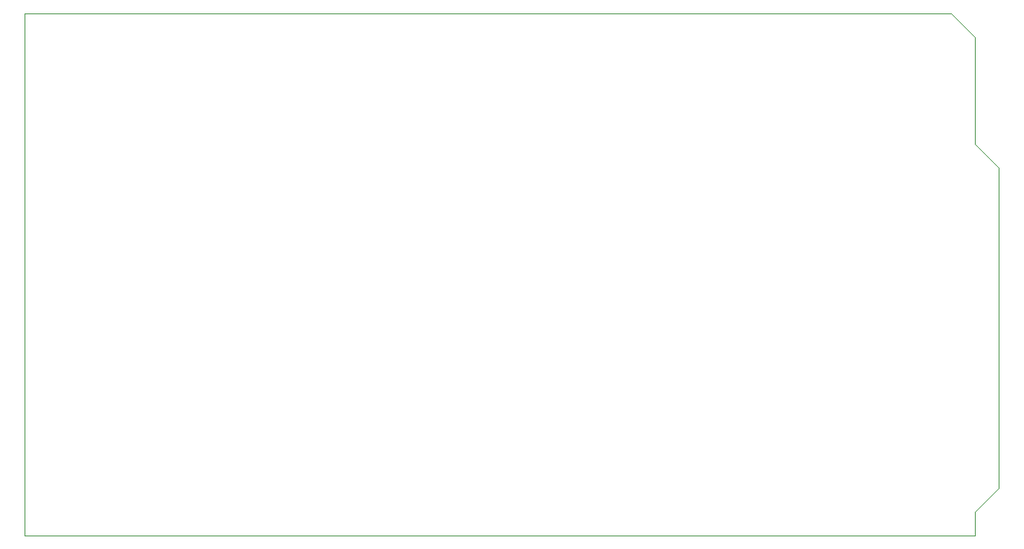
<source format=gbr>
%TF.GenerationSoftware,KiCad,Pcbnew,7.0.6*%
%TF.CreationDate,2023-09-19T12:42:17+08:00*%
%TF.ProjectId,Control Panel Mega Shield,436f6e74-726f-46c2-9050-616e656c204d,0*%
%TF.SameCoordinates,Original*%
%TF.FileFunction,Profile,NP*%
%FSLAX46Y46*%
G04 Gerber Fmt 4.6, Leading zero omitted, Abs format (unit mm)*
G04 Created by KiCad (PCBNEW 7.0.6) date 2023-09-19 12:42:17*
%MOMM*%
%LPD*%
G01*
G04 APERTURE LIST*
%TA.AperFunction,Profile*%
%ADD10C,0.100000*%
%TD*%
G04 APERTURE END LIST*
D10*
X100330000Y-1270000D02*
X100330000Y-12700000D01*
X102870000Y-15240000D01*
X102870000Y-49530000D01*
X100330000Y-52070000D01*
X100330000Y-54610000D01*
X-1270000Y-54610000D01*
X-1270000Y1270000D01*
X97790000Y1270000D01*
X100330000Y-1270000D01*
M02*

</source>
